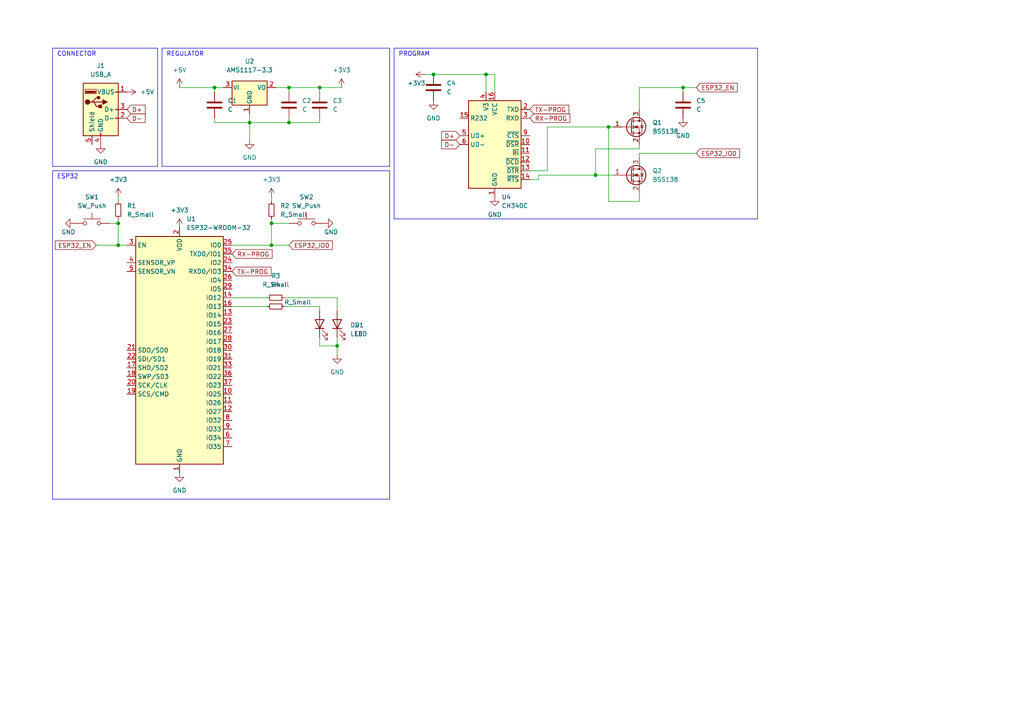
<source format=kicad_sch>
(kicad_sch (version 20230121) (generator eeschema)
  (paper "A4")
  (lib_symbols
    (symbol "Connector:USB_A" (pin_names (offset 1.016))
      (property "Reference" "J" (at -5.08 11.43 0))
      (property "Value" "USB_A" (at -5.08 8.89 0))
      (symbol "USB_A_0_1"
        (rectangle (start -5.08 -7.62) (end 5.08 7.62) (stroke (width 0.254)) (fill (type background)))
        (circle (center -3.81 2.159) (radius 0.635) (stroke (width 0.254)) (fill (type outline)))
        (rectangle (start -1.524 4.826) (end -4.318 5.334) (fill (type outline)))
        (rectangle (start -1.27 4.572) (end -4.572 5.842))
        (circle (center -0.635 3.429) (radius 0.381) (stroke (width 0.254)) (fill (type outline)))
        (rectangle (start -0.127 -7.62) (end 0.127 -6.858))
        (polyline (pts (xy -3.175 2.159) (xy -2.54 2.159) (xy -1.27 3.429) (xy -0.635 3.429)) (stroke (width 0.254)))
        (polyline (pts (xy -2.54 2.159) (xy -1.905 2.159) (xy -1.27 0.889) (xy 0 0.889)) (stroke (width 0.254)))
        (polyline (pts (xy 0.635 2.794) (xy 0.635 1.524) (xy 1.905 2.159) (xy 0.635 2.794)) (stroke (width 0.254)) (fill (type outline)))
        (rectangle (start 0.254 1.27) (end -0.508 0.508) (stroke (width 0.254)) (fill (type outline)))
        (rectangle (start 5.08 -2.667) (end 4.318 -2.413))
        (rectangle (start 5.08 -0.127) (end 4.318 0.127))
        (rectangle (start 5.08 4.953) (end 4.318 5.207))
      )
      (symbol "USB_A_1_1"
        (polyline (pts (xy -1.905 2.159) (xy 0.635 2.159)) (stroke (width 0.254)))
        (pin power_in line (at 7.62 5.08 180) (length 2.54) (name "VBUS") (number "1"))
        (pin bidirectional line (at 7.62 -2.54 180) (length 2.54) (name "D-") (number "2"))
        (pin bidirectional line (at 7.62 0 180) (length 2.54) (name "D+") (number "3"))
        (pin power_in line (at 0 -10.16 90) (length 2.54) (name "GND") (number "4"))
        (pin passive line (at -2.54 -10.16 90) (length 2.54) (name "Shield") (number "5"))
      )
    )
    (symbol "Device:C" (pin_numbers hide) (pin_names (offset 0.254))
      (property "Reference" "C" (at 0.635 2.54 0))
      (property "Value" "C" (at 0.635 -2.54 0))
      (symbol "C_0_1"
        (polyline (pts (xy -2.032 -0.762) (xy 2.032 -0.762)) (stroke (width 0.508)))
        (polyline (pts (xy -2.032 0.762) (xy 2.032 0.762)) (stroke (width 0.508)))
      )
      (symbol "C_1_1"
        (pin passive line (at 0 3.81 270) (length 2.794) (name "~") (number "1"))
        (pin passive line (at 0 -3.81 90) (length 2.794) (name "~") (number "2"))
      )
    )
    (symbol "Device:LED" (pin_numbers hide) (pin_names (offset 1.016) hide)
      (property "Reference" "D" (at 0 2.54 0))
      (property "Value" "LED" (at 0 -2.54 0))
      (symbol "LED_0_1"
        (polyline (pts (xy -1.27 -1.27) (xy -1.27 1.27)) (stroke (width 0.254)))
        (polyline (pts (xy -1.27 0) (xy 1.27 0)))
        (polyline (pts (xy 1.27 -1.27) (xy 1.27 1.27) (xy -1.27 0) (xy 1.27 -1.27)) (stroke (width 0.254)))
        (polyline (pts (xy -3.048 -0.762) (xy -4.572 -2.286) (xy -3.81 -2.286) (xy -4.572 -2.286) (xy -4.572 -1.524)))
        (polyline (pts (xy -1.778 -0.762) (xy -3.302 -2.286) (xy -2.54 -2.286) (xy -3.302 -2.286) (xy -3.302 -1.524)))
      )
      (symbol "LED_1_1"
        (pin passive line (at -3.81 0 0) (length 2.54) (name "K") (number "1"))
        (pin passive line (at 3.81 0 180) (length 2.54) (name "A") (number "2"))
      )
    )
    (symbol "Device:R_Small" (pin_numbers hide) (pin_names (offset 0.254) hide)
      (property "Reference" "R" (at 0.762 0.508 0))
      (property "Value" "R_Small" (at 0.762 -1.016 0))
      (symbol "R_Small_0_1"
        (rectangle (start -0.762 1.778) (end 0.762 -1.778) (stroke (width 0.2032)))
      )
      (symbol "R_Small_1_1"
        (pin passive line (at 0 2.54 270) (length 0.762) (name "~") (number "1"))
        (pin passive line (at 0 -2.54 90) (length 0.762) (name "~") (number "2"))
      )
    )
    (symbol "Interface_USB:CH340C"
      (property "Reference" "U" (at -5.08 13.97 0))
      (property "Value" "CH340C" (at 1.27 13.97 0))
      (symbol "CH340C_0_1"
        (rectangle (start -7.62 12.7) (end 7.62 -12.7) (stroke (width 0.254)) (fill (type background)))
      )
      (symbol "CH340C_1_1"
        (pin power_in line (at 0 -15.24 90) (length 2.54) (name "GND") (number "1"))
        (pin input line (at 10.16 0 180) (length 2.54) (name "~{DSR}") (number "10"))
        (pin input line (at 10.16 -2.54 180) (length 2.54) (name "~{RI}") (number "11"))
        (pin input line (at 10.16 -5.08 180) (length 2.54) (name "~{DCD}") (number "12"))
        (pin output line (at 10.16 -7.62 180) (length 2.54) (name "~{DTR}") (number "13"))
        (pin output line (at 10.16 -10.16 180) (length 2.54) (name "~{RTS}") (number "14"))
        (pin input line (at -10.16 7.62 0) (length 2.54) (name "R232") (number "15"))
        (pin power_in line (at 0 15.24 270) (length 2.54) (name "VCC") (number "16"))
        (pin output line (at 10.16 10.16 180) (length 2.54) (name "TXD") (number "2"))
        (pin input line (at 10.16 7.62 180) (length 2.54) (name "RXD") (number "3"))
        (pin passive line (at -2.54 15.24 270) (length 2.54) (name "V3") (number "4"))
        (pin bidirectional line (at -10.16 2.54 0) (length 2.54) (name "UD+") (number "5"))
        (pin bidirectional line (at -10.16 0 0) (length 2.54) (name "UD-") (number "6"))
        (pin no_connect line (at -7.62 -7.62 0) (length 2.54) hide (name "NC") (number "7"))
        (pin no_connect line (at -7.62 -10.16 0) (length 2.54) hide (name "NC") (number "8"))
        (pin input line (at 10.16 2.54 180) (length 2.54) (name "~{CTS}") (number "9"))
      )
    )
    (symbol "RF_Module:ESP32-WROOM-32"
      (property "Reference" "U" (at -12.7 34.29 0))
      (property "Value" "ESP32-WROOM-32" (at 1.27 34.29 0))
      (symbol "ESP32-WROOM-32_0_1"
        (rectangle (start -12.7 33.02) (end 12.7 -33.02) (stroke (width 0.254)) (fill (type background)))
      )
      (symbol "ESP32-WROOM-32_1_1"
        (pin power_in line (at 0 -35.56 90) (length 2.54) (name "GND") (number "1"))
        (pin bidirectional line (at 15.24 -12.7 180) (length 2.54) (name "IO25") (number "10"))
        (pin bidirectional line (at 15.24 -15.24 180) (length 2.54) (name "IO26") (number "11"))
        (pin bidirectional line (at 15.24 -17.78 180) (length 2.54) (name "IO27") (number "12"))
        (pin bidirectional line (at 15.24 10.16 180) (length 2.54) (name "IO14") (number "13"))
        (pin bidirectional line (at 15.24 15.24 180) (length 2.54) (name "IO12") (number "14"))
        (pin passive line (at 0 -35.56 90) (length 2.54) hide (name "GND") (number "15"))
        (pin bidirectional line (at 15.24 12.7 180) (length 2.54) (name "IO13") (number "16"))
        (pin bidirectional line (at -15.24 -5.08 0) (length 2.54) (name "SHD/SD2") (number "17"))
        (pin bidirectional line (at -15.24 -7.62 0) (length 2.54) (name "SWP/SD3") (number "18"))
        (pin bidirectional line (at -15.24 -12.7 0) (length 2.54) (name "SCS/CMD") (number "19"))
        (pin power_in line (at 0 35.56 270) (length 2.54) (name "VDD") (number "2"))
        (pin bidirectional line (at -15.24 -10.16 0) (length 2.54) (name "SCK/CLK") (number "20"))
        (pin bidirectional line (at -15.24 0 0) (length 2.54) (name "SDO/SD0") (number "21"))
        (pin bidirectional line (at -15.24 -2.54 0) (length 2.54) (name "SDI/SD1") (number "22"))
        (pin bidirectional line (at 15.24 7.62 180) (length 2.54) (name "IO15") (number "23"))
        (pin bidirectional line (at 15.24 25.4 180) (length 2.54) (name "IO2") (number "24"))
        (pin bidirectional line (at 15.24 30.48 180) (length 2.54) (name "IO0") (number "25"))
        (pin bidirectional line (at 15.24 20.32 180) (length 2.54) (name "IO4") (number "26"))
        (pin bidirectional line (at 15.24 5.08 180) (length 2.54) (name "IO16") (number "27"))
        (pin bidirectional line (at 15.24 2.54 180) (length 2.54) (name "IO17") (number "28"))
        (pin bidirectional line (at 15.24 17.78 180) (length 2.54) (name "IO5") (number "29"))
        (pin input line (at -15.24 30.48 0) (length 2.54) (name "EN") (number "3"))
        (pin bidirectional line (at 15.24 0 180) (length 2.54) (name "IO18") (number "30"))
        (pin bidirectional line (at 15.24 -2.54 180) (length 2.54) (name "IO19") (number "31"))
        (pin no_connect line (at -12.7 -27.94 0) (length 2.54) hide (name "NC") (number "32"))
        (pin bidirectional line (at 15.24 -5.08 180) (length 2.54) (name "IO21") (number "33"))
        (pin bidirectional line (at 15.24 22.86 180) (length 2.54) (name "RXD0/IO3") (number "34"))
        (pin bidirectional line (at 15.24 27.94 180) (length 2.54) (name "TXD0/IO1") (number "35"))
        (pin bidirectional line (at 15.24 -7.62 180) (length 2.54) (name "IO22") (number "36"))
        (pin bidirectional line (at 15.24 -10.16 180) (length 2.54) (name "IO23") (number "37"))
        (pin passive line (at 0 -35.56 90) (length 2.54) hide (name "GND") (number "38"))
        (pin passive line (at 0 -35.56 90) (length 2.54) hide (name "GND") (number "39"))
        (pin input line (at -15.24 25.4 0) (length 2.54) (name "SENSOR_VP") (number "4"))
        (pin input line (at -15.24 22.86 0) (length 2.54) (name "SENSOR_VN") (number "5"))
        (pin input line (at 15.24 -25.4 180) (length 2.54) (name "IO34") (number "6"))
        (pin input line (at 15.24 -27.94 180) (length 2.54) (name "IO35") (number "7"))
        (pin bidirectional line (at 15.24 -20.32 180) (length 2.54) (name "IO32") (number "8"))
        (pin bidirectional line (at 15.24 -22.86 180) (length 2.54) (name "IO33") (number "9"))
      )
    )
    (symbol "Regulator_Linear:AMS1117-3.3" (pin_names (offset 0.254))
      (property "Reference" "U" (at -3.81 3.175 0))
      (property "Value" "AMS1117-3.3" (at 0 3.175 0))
      (symbol "AMS1117-3.3_0_1"
        (rectangle (start -5.08 -5.08) (end 5.08 1.905) (stroke (width 0.254)) (fill (type background)))
      )
      (symbol "AMS1117-3.3_1_1"
        (pin power_in line (at 0 -7.62 90) (length 2.54) (name "GND") (number "1"))
        (pin power_out line (at 7.62 0 180) (length 2.54) (name "VO") (number "2"))
        (pin power_in line (at -7.62 0 0) (length 2.54) (name "VI") (number "3"))
      )
    )
    (symbol "Switch:SW_Push" (pin_numbers hide) (pin_names (offset 1.016) hide)
      (property "Reference" "SW" (at 1.27 2.54 0))
      (property "Value" "SW_Push" (at 0 -1.524 0))
      (symbol "SW_Push_0_1"
        (circle (center -2.032 0) (radius 0.508))
        (polyline (pts (xy 0 1.27) (xy 0 3.048)))
        (polyline (pts (xy 2.54 1.27) (xy -2.54 1.27)))
        (circle (center 2.032 0) (radius 0.508))
        (pin passive line (at -5.08 0 0) (length 2.54) (name "1") (number "1"))
        (pin passive line (at 5.08 0 180) (length 2.54) (name "2") (number "2"))
      )
    )
    (symbol "Transistor_FET:BSS138" (pin_names hide)
      (property "Reference" "Q" (at 5.08 1.905 0))
      (property "Value" "BSS138" (at 5.08 0 0))
      (symbol "BSS138_0_1"
        (polyline (pts (xy 0.254 0) (xy -2.54 0)))
        (polyline (pts (xy 0.254 1.905) (xy 0.254 -1.905)) (stroke (width 0.254)))
        (polyline (pts (xy 0.762 -1.27) (xy 0.762 -2.286)) (stroke (width 0.254)))
        (polyline (pts (xy 0.762 0.508) (xy 0.762 -0.508)) (stroke (width 0.254)))
        (polyline (pts (xy 0.762 2.286) (xy 0.762 1.27)) (stroke (width 0.254)))
        (polyline (pts (xy 2.54 2.54) (xy 2.54 1.778)))
        (polyline (pts (xy 2.54 -2.54) (xy 2.54 0) (xy 0.762 0)))
        (polyline (pts (xy 0.762 -1.778) (xy 3.302 -1.778) (xy 3.302 1.778) (xy 0.762 1.778)))
        (polyline (pts (xy 1.016 0) (xy 2.032 0.381) (xy 2.032 -0.381) (xy 1.016 0)) (fill (type outline)))
        (polyline (pts (xy 2.794 0.508) (xy 2.921 0.381) (xy 3.683 0.381) (xy 3.81 0.254)))
        (polyline (pts (xy 3.302 0.381) (xy 2.921 -0.254) (xy 3.683 -0.254) (xy 3.302 0.381)))
        (circle (center 1.651 0) (radius 2.794) (stroke (width 0.254)))
        (circle (center 2.54 -1.778) (radius 0.254) (fill (type outline)))
        (circle (center 2.54 1.778) (radius 0.254) (fill (type outline)))
      )
      (symbol "BSS138_1_1"
        (pin input line (at -5.08 0 0) (length 2.54) (name "G") (number "1"))
        (pin passive line (at 2.54 -5.08 90) (length 2.54) (name "S") (number "2"))
        (pin passive line (at 2.54 5.08 270) (length 2.54) (name "D") (number "3"))
      )
    )
    (symbol "power:+3V3" (power) (pin_names (offset 0))
      (property "Value" "+3V3" (at 0 3.556 0))
      (symbol "+3V3_0_1"
        (polyline (pts (xy -0.762 1.27) (xy 0 2.54)))
        (polyline (pts (xy 0 0) (xy 0 2.54)))
        (polyline (pts (xy 0 2.54) (xy 0.762 1.27)))
      )
      (symbol "+3V3_1_1"
        (pin power_in line (at 0 0 90) (length 0) hide (name "+3V3") (number "1"))
      )
    )
    (symbol "power:+5V" (power) (pin_names (offset 0))
      (property "Value" "+5V" (at 0 3.556 0))
      (symbol "+5V_0_1"
        (polyline (pts (xy -0.762 1.27) (xy 0 2.54)))
        (polyline (pts (xy 0 0) (xy 0 2.54)))
        (polyline (pts (xy 0 2.54) (xy 0.762 1.27)))
      )
      (symbol "+5V_1_1"
        (pin power_in line (at 0 0 90) (length 0) hide (name "+5V") (number "1"))
      )
    )
    (symbol "power:GND" (power) (pin_names (offset 0))
      (property "Value" "GND" (at 0 -3.81 0))
      (symbol "GND_0_1"
        (polyline (pts (xy 0 0) (xy 0 -1.27) (xy 1.27 -1.27) (xy 0 -2.54) (xy -1.27 -1.27) (xy 0 -1.27)))
      )
      (symbol "GND_1_1"
        (pin power_in line (at 0 0 270) (length 0) hide (name "GND") (number "1"))
      )
    )
  )
  (junction (at 83.82 25.4))
  (junction (at 72.39 35.56))
  (junction (at 125.73 21.59))
  (junction (at 78.74 64.77))
  (junction (at 172.72 50.8))
  (junction (at 198.12 25.4))
  (junction (at 78.74 71.12))
  (junction (at 62.23 25.4))
  (junction (at 140.97 21.59))
  (junction (at 92.71 25.4))
  (junction (at 83.82 35.56))
  (junction (at 34.29 64.77))
  (junction (at 34.29 71.12))
  (junction (at 97.79 100.33))
  (junction (at 176.53 36.83))
  (wire (pts (xy 92.71 26.67) (xy 92.71 25.4)))
  (wire (pts (xy 185.42 55.88) (xy 185.42 58.42)))
  (polyline (pts (xy 113.03 123.19) (xy 113.03 144.78)))
  (wire (pts (xy 158.75 36.83) (xy 158.75 49.53)))
  (wire (pts (xy 185.42 44.45) (xy 201.93 44.45)))
  (polyline (pts (xy 114.3 63.5) (xy 219.71 63.5)))
  (wire (pts (xy 92.71 88.9) (xy 92.71 90.17)))
  (wire (pts (xy 158.75 36.83) (xy 176.53 36.83)))
  (wire (pts (xy 153.67 52.07) (xy 156.21 52.07)))
  (wire (pts (xy 143.51 26.67) (xy 143.51 21.59)))
  (wire (pts (xy 83.82 25.4) (xy 92.71 25.4)))
  (wire (pts (xy 83.82 26.67) (xy 83.82 25.4)))
  (polyline (pts (xy 45.72 48.26) (xy 45.72 13.97)))
  (wire (pts (xy 185.42 45.72) (xy 185.42 44.45)))
  (wire (pts (xy 78.74 63.5) (xy 78.74 64.77)))
  (wire (pts (xy 83.82 71.12) (xy 78.74 71.12)))
  (wire (pts (xy 27.94 71.12) (xy 34.29 71.12)))
  (wire (pts (xy 97.79 86.36) (xy 97.79 90.17)))
  (wire (pts (xy 185.42 41.91) (xy 185.42 43.18)))
  (wire (pts (xy 80.01 25.4) (xy 83.82 25.4)))
  (wire (pts (xy 34.29 63.5) (xy 34.29 64.77)))
  (wire (pts (xy 185.42 25.4) (xy 198.12 25.4)))
  (wire (pts (xy 62.23 25.4) (xy 62.23 26.67)))
  (wire (pts (xy 97.79 97.79) (xy 97.79 100.33)))
  (wire (pts (xy 72.39 33.02) (xy 72.39 35.56)))
  (polyline (pts (xy 15.24 13.97) (xy 15.24 48.26)))
  (wire (pts (xy 177.8 50.8) (xy 172.72 50.8)))
  (wire (pts (xy 92.71 35.56) (xy 83.82 35.56)))
  (polyline (pts (xy 113.03 13.97) (xy 113.03 48.26)))
  (wire (pts (xy 67.31 86.36) (xy 77.47 86.36)))
  (wire (pts (xy 156.21 52.07) (xy 156.21 50.8)))
  (wire (pts (xy 34.29 71.12) (xy 34.29 64.77)))
  (wire (pts (xy 34.29 64.77) (xy 31.75 64.77)))
  (wire (pts (xy 78.74 57.15) (xy 78.74 58.42)))
  (wire (pts (xy 123.19 21.59) (xy 125.73 21.59)))
  (wire (pts (xy 78.74 71.12) (xy 78.74 64.77)))
  (polyline (pts (xy 15.24 144.78) (xy 113.03 144.78)))
  (wire (pts (xy 62.23 35.56) (xy 72.39 35.56)))
  (polyline (pts (xy 219.71 13.97) (xy 114.3 13.97)))
  (wire (pts (xy 156.21 50.8) (xy 172.72 50.8)))
  (polyline (pts (xy 113.03 49.53) (xy 15.24 49.53)))
  (wire (pts (xy 78.74 71.12) (xy 67.31 71.12)))
  (wire (pts (xy 82.55 88.9) (xy 92.71 88.9)))
  (wire (pts (xy 83.82 34.29) (xy 83.82 35.56)))
  (wire (pts (xy 153.67 49.53) (xy 158.75 49.53)))
  (wire (pts (xy 185.42 58.42) (xy 176.53 58.42)))
  (polyline (pts (xy 114.3 13.97) (xy 114.3 63.5)))
  (wire (pts (xy 72.39 35.56) (xy 72.39 40.64)))
  (wire (pts (xy 52.07 25.4) (xy 62.23 25.4)))
  (wire (pts (xy 92.71 34.29) (xy 92.71 35.56)))
  (wire (pts (xy 198.12 25.4) (xy 198.12 26.67)))
  (polyline (pts (xy 113.03 123.19) (xy 113.03 49.53)))
  (wire (pts (xy 97.79 100.33) (xy 97.79 102.87)))
  (wire (pts (xy 83.82 35.56) (xy 72.39 35.56)))
  (polyline (pts (xy 46.99 13.97) (xy 113.03 13.97)))
  (wire (pts (xy 176.53 58.42) (xy 176.53 36.83)))
  (wire (pts (xy 78.74 64.77) (xy 83.82 64.77)))
  (polyline (pts (xy 15.24 48.26) (xy 45.72 48.26)))
  (wire (pts (xy 92.71 25.4) (xy 99.06 25.4)))
  (wire (pts (xy 185.42 31.75) (xy 185.42 25.4)))
  (polyline (pts (xy 46.99 48.26) (xy 46.99 13.97)))
  (wire (pts (xy 62.23 34.29) (xy 62.23 35.56)))
  (wire (pts (xy 143.51 21.59) (xy 140.97 21.59)))
  (wire (pts (xy 140.97 26.67) (xy 140.97 21.59)))
  (wire (pts (xy 34.29 71.12) (xy 36.83 71.12)))
  (wire (pts (xy 34.29 57.15) (xy 34.29 58.42)))
  (wire (pts (xy 172.72 43.18) (xy 172.72 50.8)))
  (wire (pts (xy 125.73 21.59) (xy 140.97 21.59)))
  (polyline (pts (xy 15.24 49.53) (xy 15.24 144.78)))
  (wire (pts (xy 198.12 25.4) (xy 201.93 25.4)))
  (polyline (pts (xy 45.72 13.97) (xy 15.24 13.97)))
  (wire (pts (xy 62.23 25.4) (xy 64.77 25.4)))
  (polyline (pts (xy 219.71 63.5) (xy 219.71 13.97)))
  (wire (pts (xy 92.71 97.79) (xy 92.71 100.33)))
  (wire (pts (xy 176.53 36.83) (xy 177.8 36.83)))
  (wire (pts (xy 82.55 86.36) (xy 97.79 86.36)))
  (wire (pts (xy 92.71 100.33) (xy 97.79 100.33)))
  (wire (pts (xy 185.42 43.18) (xy 172.72 43.18)))
  (wire (pts (xy 67.31 88.9) (xy 77.47 88.9)))
  (polyline (pts (xy 113.03 48.26) (xy 46.99 48.26)))
  (text "REGULATOR" (at 48.26 16.51 0) (effects (font (size 1.27 1.27)) (justify left bottom)))
  (text "PROGRAM" (at 115.57 16.51 0) (effects (font (size 1.27 1.27)) (justify left bottom)))
  (text "CONNECTOR" (at 16.51 16.51 0) (effects (font (size 1.27 1.27)) (justify left bottom)))
  (text "ESP32\n" (at 16.51 52.07 0) (effects (font (size 1.27 1.27)) (justify left bottom)))
  (global_label "D-" (shape input) (at 36.83 34.29 0) (property "Intersheetrefs" "${INTERSHEET_REFS}" (effects hide)))
  (global_label "ESP32_EN" (shape input) (at 27.94 71.12 180) (property "Intersheetrefs" "${INTERSHEET_REFS}" (effects hide)))
  (global_label "RX-PROG" (shape input) (at 67.31 73.66 0) (property "Intersheetrefs" "${INTERSHEET_REFS}" (effects hide)))
  (global_label "TX-PROG" (shape input) (at 67.31 78.74 0) (property "Intersheetrefs" "${INTERSHEET_REFS}" (effects hide)))
  (global_label "RX-PROG" (shape input) (at 153.67 34.29 0) (property "Intersheetrefs" "${INTERSHEET_REFS}" (effects hide)))
  (global_label "TX-PROG" (shape input) (at 153.67 31.75 0) (property "Intersheetrefs" "${INTERSHEET_REFS}" (effects hide)))
  (global_label "ESP32_IO0" (shape input) (at 83.82 71.12 0) (property "Intersheetrefs" "${INTERSHEET_REFS}" (effects hide)))
  (global_label "ESP32_IO0" (shape input) (at 201.93 44.45 0) (property "Intersheetrefs" "${INTERSHEET_REFS}" (effects hide)))
  (global_label "D+" (shape input) (at 133.35 39.37 180) (property "Intersheetrefs" "${INTERSHEET_REFS}" (effects hide)))
  (global_label "D-" (shape input) (at 133.35 41.91 180) (property "Intersheetrefs" "${INTERSHEET_REFS}" (effects hide)))
  (global_label "D+" (shape input) (at 36.83 31.75 0) (property "Intersheetrefs" "${INTERSHEET_REFS}" (effects hide)))
  (global_label "ESP32_EN" (shape input) (at 201.93 25.4 0) (property "Intersheetrefs" "${INTERSHEET_REFS}" (effects hide)))
  (symbol (lib_id "Device:C") (at 125.73 25.4 0) (unit 1)
    (property "Reference" "C4" (at 129.54 24.1299 0) (effects (justify left)))
    (property "Value" "C" (at 129.54 26.6699 0) (effects (justify left)))
    (property "Footprint" "Capacitor_SMD:C_0603_1608Metric" (effects hide))
  )
  (symbol (lib_id "Device:R_Small") (at 80.01 86.36 90) (unit 1)
    (property "Reference" "R3" (at 80.01 80.01 90))
    (property "Value" "R_Small" (at 80.01 82.55 90))
    (property "Footprint" "Resistor_SMD:R_0603_1608Metric" (effects hide))
  )
  (symbol (lib_id "power:GND") (at 29.21 41.91 0) (unit 1)
    (property "Reference" "#PWR02" (effects hide))
    (property "Value" "GND" (at 29.21 46.99 0))
  )
  (symbol (lib_id "Transistor_FET:BSS138") (at 182.88 50.8 0) (unit 1)
    (property "Reference" "Q2" (at 189.23 49.5299 0) (effects (justify left)))
    (property "Value" "BSS138" (at 189.23 52.0699 0) (effects (justify left)))
    (property "Footprint" "Package_TO_SOT_SMD:SOT-23" (effects hide))
    (property "Datasheet" "https://www.onsemi.com/pub/Collateral/BSS138-D.PDF" (effects hide))
  )
  (symbol (lib_id "Device:C") (at 83.82 30.48 0) (unit 1)
    (property "Reference" "C2" (at 87.63 29.2099 0) (effects (justify left)))
    (property "Value" "C" (at 87.63 31.7499 0) (effects (justify left)))
    (property "Footprint" "Capacitor_SMD:C_0603_1608Metric" (effects hide))
  )
  (symbol (lib_id "power:GND") (at 198.12 34.29 0) (unit 1)
    (property "Reference" "#PWR019" (effects hide))
    (property "Value" "GND" (at 198.12 39.37 0))
  )
  (symbol (lib_id "Connector:USB_A") (at 29.21 31.75 0) (unit 1)
    (property "Reference" "J1" (at 29.21 19.05 0))
    (property "Value" "USB_A" (at 29.21 21.59 0))
    (property "Footprint" "Connector_USB:USB_A_CNCTech_1001-011-01101_Horizontal" (effects hide))
    (property "Datasheet" " ~" (effects hide))
  )
  (symbol (lib_id "Device:C") (at 62.23 30.48 0) (unit 1)
    (property "Reference" "C1" (at 66.04 29.2099 0) (effects (justify left)))
    (property "Value" "C" (at 66.04 31.7499 0) (effects (justify left)))
    (property "Footprint" "Capacitor_SMD:C_0603_1608Metric" (effects hide))
  )
  (symbol (lib_id "power:GND") (at 125.73 29.21 0) (unit 1)
    (property "Reference" "#PWR015" (effects hide))
    (property "Value" "GND" (at 125.73 34.29 0))
  )
  (symbol (lib_id "power:+3V3") (at 99.06 25.4 0) (unit 1)
    (property "Reference" "#PWR013" (effects hide))
    (property "Value" "+3V3" (at 99.06 20.32 0))
  )
  (symbol (lib_id "power:+3V3") (at 52.07 66.04 0) (unit 1)
    (property "Reference" "#PWR06" (effects hide))
    (property "Value" "+3V3" (at 52.07 60.96 0))
  )
  (symbol (lib_id "Device:C") (at 198.12 30.48 0) (unit 1)
    (property "Reference" "C5" (at 201.93 29.2099 0) (effects (justify left)))
    (property "Value" "C" (at 201.93 31.7499 0) (effects (justify left)))
    (property "Footprint" "Capacitor_SMD:C_0603_1608Metric" (effects hide))
  )
  (symbol (lib_id "power:+3V3") (at 34.29 57.15 0) (unit 1)
    (property "Reference" "#PWR03" (effects hide))
    (property "Value" "+3V3" (at 34.29 52.07 0))
  )
  (symbol (lib_id "power:GND") (at 97.79 102.87 0) (unit 1)
    (property "Reference" "#PWR012" (effects hide))
    (property "Value" "GND" (at 97.79 107.95 0))
  )
  (symbol (lib_id "Switch:SW_Push") (at 26.67 64.77 0) (unit 1)
    (property "Reference" "SW1" (at 26.67 57.15 0))
    (property "Value" "SW_Push" (at 26.67 59.69 0))
    (property "Footprint" "Button_Switch_SMD:SW_SPST_FSMSM" (effects hide))
  )
  (symbol (lib_id "power:GND") (at 21.59 64.77 270) (unit 1)
    (property "Reference" "#PWR01" (effects hide))
    (property "Value" "GND" (at 17.78 67.31 90) (effects (justify left)))
  )
  (symbol (lib_id "power:+3V3") (at 78.74 57.15 0) (unit 1)
    (property "Reference" "#PWR09" (effects hide))
    (property "Value" "+3V3" (at 78.74 52.07 0))
  )
  (symbol (lib_id "Device:R_Small") (at 34.29 60.96 0) (unit 1)
    (property "Reference" "R1" (at 36.83 59.6899 0) (effects (justify left)))
    (property "Value" "R_Small" (at 36.83 62.2299 0) (effects (justify left)))
    (property "Footprint" "Resistor_SMD:R_0603_1608Metric" (effects hide))
  )
  (symbol (lib_id "power:GND") (at 143.51 57.15 0) (unit 1)
    (property "Reference" "#PWR018" (effects hide))
    (property "Value" "GND" (at 143.51 62.23 0))
  )
  (symbol (lib_id "power:GND") (at 93.98 64.77 90) (unit 1)
    (property "Reference" "#PWR011" (effects hide))
    (property "Value" "GND" (at 93.98 67.31 90) (effects (justify right)))
  )
  (symbol (lib_id "Device:LED") (at 92.71 93.98 90) (unit 1)
    (property "Reference" "D1" (at 102.87 94.2974 90) (effects (justify right)))
    (property "Value" "LED" (at 102.87 96.8374 90) (effects (justify right)))
    (property "Footprint" "LED_SMD:LED_0603_1608Metric" (effects hide))
  )
  (symbol (lib_id "power:+3V3") (at 123.19 21.59 90) (unit 1)
    (property "Reference" "#PWR014" (effects hide))
    (property "Value" "+3V3" (at 118.11 24.13 90) (effects (justify right)))
  )
  (symbol (lib_id "Regulator_Linear:AMS1117-3.3") (at 72.39 25.4 0) (unit 1)
    (property "Reference" "U2" (at 72.39 17.78 0))
    (property "Value" "AMS1117-3.3" (at 72.39 20.32 0))
    (property "Footprint" "Package_TO_SOT_SMD:SOT-223-3_TabPin2" (effects hide))
    (property "Datasheet" "http://www.advanced-monolithic.com/pdf/ds1117.pdf" (effects hide))
  )
  (symbol (lib_id "power:GND") (at 72.39 40.64 0) (unit 1)
    (property "Reference" "#PWR08" (effects hide))
    (property "Value" "GND" (at 72.39 45.72 0))
  )
  (symbol (lib_id "Transistor_FET:BSS138") (at 182.88 36.83 0) (unit 1)
    (property "Reference" "Q1" (at 189.23 35.5599 0) (effects (justify left)))
    (property "Value" "BSS138" (at 189.23 38.0999 0) (effects (justify left)))
    (property "Footprint" "Package_TO_SOT_SMD:SOT-23" (effects hide))
    (property "Datasheet" "https://www.onsemi.com/pub/Collateral/BSS138-D.PDF" (effects hide))
  )
  (symbol (lib_id "power:+5V") (at 36.83 26.67 270) (unit 1)
    (property "Reference" "#PWR04" (effects hide))
    (property "Value" "+5V" (at 40.64 26.6699 90) (effects (justify left)))
  )
  (symbol (lib_id "power:+5V") (at 52.07 25.4 0) (unit 1)
    (property "Reference" "#PWR05" (effects hide))
    (property "Value" "+5V" (at 52.07 20.32 0))
  )
  (symbol (lib_id "Device:LED") (at 97.79 93.98 90) (unit 1)
    (property "Reference" "D2" (at 101.6 94.2974 90) (effects (justify right)))
    (property "Value" "LED" (at 101.6 96.8374 90) (effects (justify right)))
    (property "Footprint" "LED_SMD:LED_0603_1608Metric" (effects hide))
  )
  (symbol (lib_id "Device:C") (at 92.71 30.48 0) (unit 1)
    (property "Reference" "C3" (at 96.52 29.2099 0) (effects (justify left)))
    (property "Value" "C" (at 96.52 31.7499 0) (effects (justify left)))
    (property "Footprint" "Capacitor_SMD:C_0603_1608Metric" (effects hide))
  )
  (symbol (lib_id "Device:R_Small") (at 80.01 88.9 90) (unit 1)
    (property "Reference" "R4" (at 80.01 82.55 90))
    (property "Value" "R_Small" (at 86.36 87.63 90))
    (property "Footprint" "Resistor_SMD:R_0603_1608Metric" (effects hide))
  )
  (symbol (lib_id "Switch:SW_Push") (at 88.9 64.77 0) (unit 1)
    (property "Reference" "SW2" (at 88.9 57.15 0))
    (property "Value" "SW_Push" (at 88.9 59.69 0))
    (property "Footprint" "Button_Switch_SMD:SW_SPST_FSMSM" (effects hide))
  )
  (symbol (lib_id "Interface_USB:CH340C") (at 143.51 41.91 0) (unit 1)
    (property "Reference" "U4" (at 145.4659 57.15 0) (effects (justify left)))
    (property "Value" "CH340C" (at 145.4659 59.69 0) (effects (justify left)))
    (property "Footprint" "Package_SO:SOIC-16_3.9x9.9mm_P1.27mm" (effects hide))
    (property "Datasheet" "https://datasheet.lcsc.com/szlcsc/Jiangsu-Qin-Heng-CH340C_C84681.pdf" (effects hide))
  )
  (symbol (lib_id "power:GND") (at 52.07 137.16 0) (unit 1)
    (property "Reference" "#PWR07" (effects hide))
    (property "Value" "GND" (at 52.07 142.24 0))
  )
  (symbol (lib_id "RF_Module:ESP32-WROOM-32") (at 52.07 101.6 0) (unit 1)
    (property "Reference" "U1" (at 54.0894 63.5 0) (effects (justify left)))
    (property "Value" "ESP32-WROOM-32" (at 54.0894 66.04 0) (effects (justify left)))
    (property "Footprint" "RF_Module:ESP32-WROOM-32" (effects hide))
    (property "Datasheet" "https://www.espressif.com/sites/default/files/documentation/esp32-wroom-32_datasheet_en.pdf" (effects hide))
  )
  (symbol (lib_id "Device:R_Small") (at 78.74 60.96 0) (unit 1)
    (property "Reference" "R2" (at 81.28 59.6899 0) (effects (justify left)))
    (property "Value" "R_Small" (at 81.28 62.2299 0) (effects (justify left)))
    (property "Footprint" "Resistor_SMD:R_0603_1608Metric" (effects hide))
  )
)
</source>
